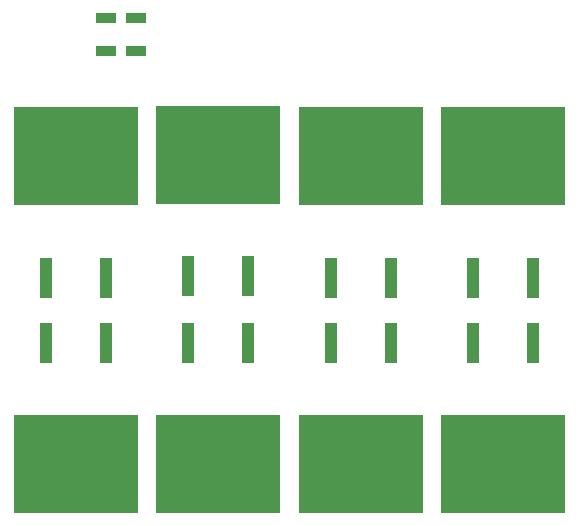
<source format=gbr>
%TF.GenerationSoftware,Altium Limited,Altium Designer,19.1.8 (144)*%
G04 Layer_Color=8421504*
%FSLAX26Y26*%
%MOIN*%
%TF.FileFunction,Paste,Top*%
%TF.Part,Single*%
G01*
G75*
%TA.AperFunction,SMDPad,CuDef*%
%ADD10R,0.066929X0.037402*%
%ADD11R,0.040000X0.137953*%
%ADD12R,0.412992X0.329921*%
D10*
X450000Y2035236D02*
D03*
Y1925000D02*
D03*
X350000Y2035236D02*
D03*
Y1925000D02*
D03*
D11*
X1775000Y953543D02*
D03*
X1575000D02*
D03*
Y1171457D02*
D03*
X1775000D02*
D03*
X1300000Y953543D02*
D03*
X1100000D02*
D03*
Y1171457D02*
D03*
X1300000D02*
D03*
X825000Y953543D02*
D03*
X625000D02*
D03*
Y1175000D02*
D03*
X825000D02*
D03*
X350000Y953543D02*
D03*
X150000D02*
D03*
Y1171457D02*
D03*
X350000D02*
D03*
D12*
X1675000Y550000D02*
D03*
Y1575000D02*
D03*
X1200000Y550000D02*
D03*
Y1575000D02*
D03*
X725000Y550000D02*
D03*
Y1578543D02*
D03*
X250000Y550000D02*
D03*
Y1575000D02*
D03*
%TF.MD5,5bec40f11f09476d0f160b50818cc2e9*%
M02*

</source>
